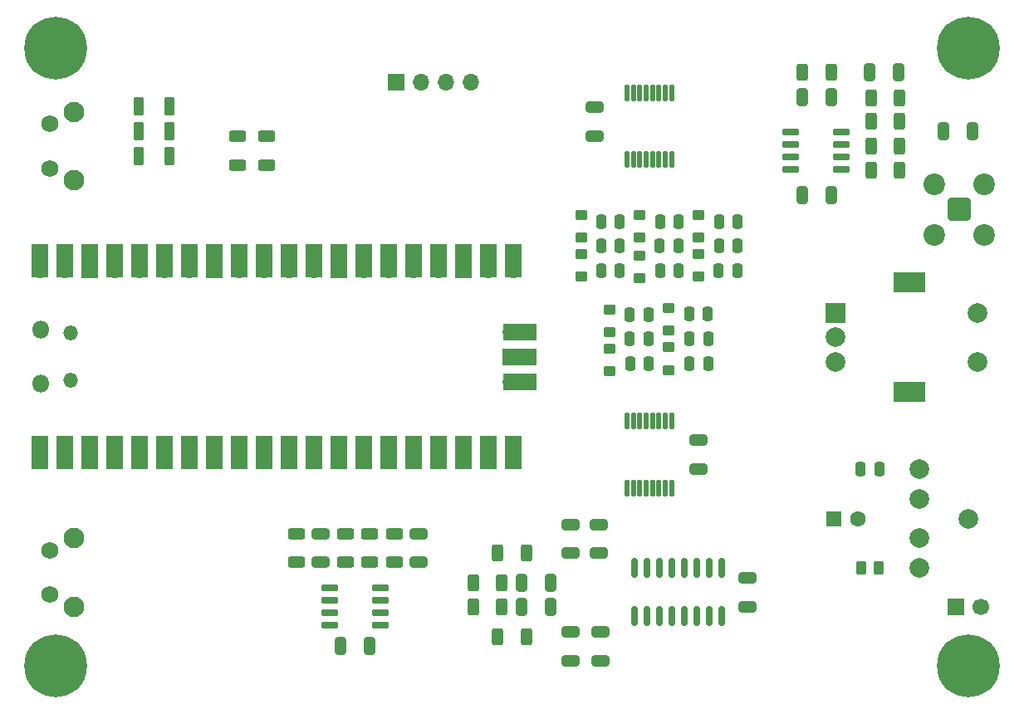
<source format=gbr>
G04 #@! TF.GenerationSoftware,KiCad,Pcbnew,9.0.6*
G04 #@! TF.CreationDate,2025-12-21T12:29:53+08:00*
G04 #@! TF.ProjectId,pico_rx,7069636f-5f72-4782-9e6b-696361645f70,rev?*
G04 #@! TF.SameCoordinates,Original*
G04 #@! TF.FileFunction,Soldermask,Top*
G04 #@! TF.FilePolarity,Negative*
%FSLAX46Y46*%
G04 Gerber Fmt 4.6, Leading zero omitted, Abs format (unit mm)*
G04 Created by KiCad (PCBNEW 9.0.6) date 2025-12-21 12:29:53*
%MOMM*%
%LPD*%
G01*
G04 APERTURE LIST*
G04 Aperture macros list*
%AMRoundRect*
0 Rectangle with rounded corners*
0 $1 Rounding radius*
0 $2 $3 $4 $5 $6 $7 $8 $9 X,Y pos of 4 corners*
0 Add a 4 corners polygon primitive as box body*
4,1,4,$2,$3,$4,$5,$6,$7,$8,$9,$2,$3,0*
0 Add four circle primitives for the rounded corners*
1,1,$1+$1,$2,$3*
1,1,$1+$1,$4,$5*
1,1,$1+$1,$6,$7*
1,1,$1+$1,$8,$9*
0 Add four rect primitives between the rounded corners*
20,1,$1+$1,$2,$3,$4,$5,0*
20,1,$1+$1,$4,$5,$6,$7,0*
20,1,$1+$1,$6,$7,$8,$9,0*
20,1,$1+$1,$8,$9,$2,$3,0*%
G04 Aperture macros list end*
%ADD10RoundRect,0.250000X-0.312500X-0.625000X0.312500X-0.625000X0.312500X0.625000X-0.312500X0.625000X0*%
%ADD11RoundRect,0.250000X-0.275000X-0.700000X0.275000X-0.700000X0.275000X0.700000X-0.275000X0.700000X0*%
%ADD12RoundRect,0.250000X0.350000X-0.275000X0.350000X0.275000X-0.350000X0.275000X-0.350000X-0.275000X0*%
%ADD13RoundRect,0.250000X-0.325000X-0.650000X0.325000X-0.650000X0.325000X0.650000X-0.325000X0.650000X0*%
%ADD14RoundRect,0.250000X0.312500X0.625000X-0.312500X0.625000X-0.312500X-0.625000X0.312500X-0.625000X0*%
%ADD15RoundRect,0.250000X-0.650000X0.325000X-0.650000X-0.325000X0.650000X-0.325000X0.650000X0.325000X0*%
%ADD16RoundRect,0.250000X0.250000X0.475000X-0.250000X0.475000X-0.250000X-0.475000X0.250000X-0.475000X0*%
%ADD17RoundRect,0.250000X0.325000X0.650000X-0.325000X0.650000X-0.325000X-0.650000X0.325000X-0.650000X0*%
%ADD18RoundRect,0.250000X-0.625000X0.312500X-0.625000X-0.312500X0.625000X-0.312500X0.625000X0.312500X0*%
%ADD19C,2.000000*%
%ADD20RoundRect,0.125000X0.125000X-0.762500X0.125000X0.762500X-0.125000X0.762500X-0.125000X-0.762500X0*%
%ADD21R,1.700000X1.700000*%
%ADD22O,1.700000X1.700000*%
%ADD23RoundRect,0.250000X0.650000X-0.325000X0.650000X0.325000X-0.650000X0.325000X-0.650000X-0.325000X0*%
%ADD24RoundRect,0.150000X-0.150000X0.825000X-0.150000X-0.825000X0.150000X-0.825000X0.150000X0.825000X0*%
%ADD25C,6.400000*%
%ADD26C,2.100000*%
%ADD27C,1.750000*%
%ADD28O,1.800000X1.800000*%
%ADD29O,1.500000X1.500000*%
%ADD30R,1.700000X3.500000*%
%ADD31R,3.500000X1.700000*%
%ADD32RoundRect,0.200100X-0.949900X0.949900X-0.949900X-0.949900X0.949900X-0.949900X0.949900X0.949900X0*%
%ADD33C,2.200000*%
%ADD34RoundRect,0.150000X0.725000X0.150000X-0.725000X0.150000X-0.725000X-0.150000X0.725000X-0.150000X0*%
%ADD35RoundRect,0.250000X-0.262500X-0.450000X0.262500X-0.450000X0.262500X0.450000X-0.262500X0.450000X0*%
%ADD36RoundRect,0.250000X-0.550000X-0.550000X0.550000X-0.550000X0.550000X0.550000X-0.550000X0.550000X0*%
%ADD37C,1.600000*%
%ADD38R,2.000000X2.000000*%
%ADD39R,3.200000X2.000000*%
%ADD40C,1.700000*%
%ADD41RoundRect,0.150000X-0.725000X-0.150000X0.725000X-0.150000X0.725000X0.150000X-0.725000X0.150000X0*%
G04 APERTURE END LIST*
D10*
X127062500Y-139485000D03*
X124137500Y-139485000D03*
D11*
X93175000Y-88460000D03*
X90025000Y-88460000D03*
D12*
X147150000Y-105810000D03*
X147150000Y-103510000D03*
D13*
X129125000Y-136985000D03*
X132075000Y-136985000D03*
D14*
X167612500Y-94960000D03*
X164687500Y-94960000D03*
D15*
X136500000Y-88525000D03*
X136500000Y-91475000D03*
D16*
X139100000Y-105160000D03*
X137200000Y-105160000D03*
D17*
X160650000Y-87460000D03*
X157700000Y-87460000D03*
D16*
X139100000Y-100160000D03*
X137200000Y-100160000D03*
D11*
X90025000Y-93460000D03*
X93175000Y-93460000D03*
D18*
X100100000Y-91497500D03*
X100100000Y-94422500D03*
X113600000Y-131997500D03*
X113600000Y-134922500D03*
D19*
X174600000Y-130460000D03*
X169600000Y-135460000D03*
X169600000Y-132460000D03*
X169600000Y-125460000D03*
X169600000Y-128460000D03*
D16*
X145100000Y-105160000D03*
X143200000Y-105160000D03*
D20*
X139825000Y-93872500D03*
X140475000Y-93872500D03*
X141125000Y-93872500D03*
X141775000Y-93872500D03*
X142425000Y-93872500D03*
X143075000Y-93872500D03*
X143725000Y-93872500D03*
X144375000Y-93872500D03*
X144375000Y-87047500D03*
X143725000Y-87047500D03*
X143075000Y-87047500D03*
X142425000Y-87047500D03*
X141775000Y-87047500D03*
X141125000Y-87047500D03*
X140475000Y-87047500D03*
X139825000Y-87047500D03*
D18*
X116100000Y-131997500D03*
X116100000Y-134922500D03*
X103100000Y-91497500D03*
X103100000Y-94422500D03*
D10*
X164687500Y-89960000D03*
X167612500Y-89960000D03*
D15*
X108600000Y-131985000D03*
X108600000Y-134935000D03*
D16*
X139100000Y-102660000D03*
X137200000Y-102660000D03*
D12*
X138100000Y-111460000D03*
X138100000Y-109160000D03*
D16*
X145100000Y-100160000D03*
X143200000Y-100160000D03*
D21*
X116290000Y-85960000D03*
D22*
X118830000Y-85960000D03*
X121370000Y-85960000D03*
X123910000Y-85960000D03*
D16*
X148100000Y-112160000D03*
X146200000Y-112160000D03*
D23*
X134100000Y-144975000D03*
X134100000Y-142025000D03*
D18*
X111100000Y-131997500D03*
X111100000Y-134922500D03*
D15*
X147100000Y-122485000D03*
X147100000Y-125435000D03*
D17*
X167520000Y-84960000D03*
X164570000Y-84960000D03*
D16*
X142000000Y-112160000D03*
X140100000Y-112160000D03*
D24*
X149450000Y-135485000D03*
X148180000Y-135485000D03*
X146910000Y-135485000D03*
X145640000Y-135485000D03*
X144370000Y-135485000D03*
X143100000Y-135485000D03*
X141830000Y-135485000D03*
X140560000Y-135485000D03*
X140560000Y-140435000D03*
X141830000Y-140435000D03*
X143100000Y-140435000D03*
X144370000Y-140435000D03*
X145640000Y-140435000D03*
X146910000Y-140435000D03*
X148180000Y-140435000D03*
X149450000Y-140435000D03*
D25*
X174600000Y-82460000D03*
D14*
X167612500Y-87540000D03*
X164687500Y-87540000D03*
D12*
X141150000Y-101810000D03*
X141150000Y-99510000D03*
D23*
X137100000Y-144975000D03*
X137100000Y-142025000D03*
D15*
X137000000Y-131050000D03*
X137000000Y-134000000D03*
D26*
X83452500Y-95985000D03*
X83452500Y-88975000D03*
D27*
X80962500Y-94735000D03*
X80962500Y-90235000D03*
D14*
X160662500Y-84960000D03*
X157737500Y-84960000D03*
D10*
X164687500Y-92460000D03*
X167612500Y-92460000D03*
D12*
X147150000Y-101810000D03*
X147150000Y-99510000D03*
D20*
X139825000Y-127372500D03*
X140475000Y-127372500D03*
X141125000Y-127372500D03*
X141775000Y-127372500D03*
X142425000Y-127372500D03*
X143075000Y-127372500D03*
X143725000Y-127372500D03*
X144375000Y-127372500D03*
X144375000Y-120547500D03*
X143725000Y-120547500D03*
X143075000Y-120547500D03*
X142425000Y-120547500D03*
X141775000Y-120547500D03*
X141125000Y-120547500D03*
X140475000Y-120547500D03*
X139825000Y-120547500D03*
D16*
X145050000Y-102660000D03*
X143150000Y-102660000D03*
X142000000Y-109660000D03*
X140100000Y-109660000D03*
D28*
X80100000Y-116685000D03*
D29*
X83130000Y-116385000D03*
X83130000Y-111535000D03*
D28*
X80100000Y-111235000D03*
D22*
X79970000Y-122850000D03*
D30*
X79970000Y-123750000D03*
D22*
X82510000Y-122850000D03*
D30*
X82510000Y-123750000D03*
D21*
X85050000Y-122850000D03*
D30*
X85050000Y-123750000D03*
D22*
X87590000Y-122850000D03*
D30*
X87590000Y-123750000D03*
D22*
X90130000Y-122850000D03*
D30*
X90130000Y-123750000D03*
D22*
X92670000Y-122850000D03*
D30*
X92670000Y-123750000D03*
D22*
X95210000Y-122850000D03*
D30*
X95210000Y-123750000D03*
D21*
X97750000Y-122850000D03*
D30*
X97750000Y-123750000D03*
D22*
X100290000Y-122850000D03*
D30*
X100290000Y-123750000D03*
D22*
X102830000Y-122850000D03*
D30*
X102830000Y-123750000D03*
D22*
X105370000Y-122850000D03*
D30*
X105370000Y-123750000D03*
D22*
X107910000Y-122850000D03*
D30*
X107910000Y-123750000D03*
D21*
X110450000Y-122850000D03*
D30*
X110450000Y-123750000D03*
D22*
X112990000Y-122850000D03*
D30*
X112990000Y-123750000D03*
D22*
X115530000Y-122850000D03*
D30*
X115530000Y-123750000D03*
D22*
X118070000Y-122850000D03*
D30*
X118070000Y-123750000D03*
D22*
X120610000Y-122850000D03*
D30*
X120610000Y-123750000D03*
D21*
X123150000Y-122850000D03*
D30*
X123150000Y-123750000D03*
D22*
X125690000Y-122850000D03*
D30*
X125690000Y-123750000D03*
D22*
X128230000Y-122850000D03*
D30*
X128230000Y-123750000D03*
D22*
X128230000Y-105070000D03*
D30*
X128230000Y-104170000D03*
D22*
X125690000Y-105070000D03*
D30*
X125690000Y-104170000D03*
D21*
X123150000Y-105070000D03*
D30*
X123150000Y-104170000D03*
D22*
X120610000Y-105070000D03*
D30*
X120610000Y-104170000D03*
D22*
X118070000Y-105070000D03*
D30*
X118070000Y-104170000D03*
D22*
X115530000Y-105070000D03*
D30*
X115530000Y-104170000D03*
D22*
X112990000Y-105070000D03*
D30*
X112990000Y-104170000D03*
D21*
X110450000Y-105070000D03*
D30*
X110450000Y-104170000D03*
D22*
X107910000Y-105070000D03*
D30*
X107910000Y-104170000D03*
D22*
X105370000Y-105070000D03*
D30*
X105370000Y-104170000D03*
D22*
X102830000Y-105070000D03*
D30*
X102830000Y-104170000D03*
D22*
X100290000Y-105070000D03*
D30*
X100290000Y-104170000D03*
D21*
X97750000Y-105070000D03*
D30*
X97750000Y-104170000D03*
D22*
X95210000Y-105070000D03*
D30*
X95210000Y-104170000D03*
D22*
X92670000Y-105070000D03*
D30*
X92670000Y-104170000D03*
D22*
X90130000Y-105070000D03*
D30*
X90130000Y-104170000D03*
D22*
X87590000Y-105070000D03*
D30*
X87590000Y-104170000D03*
D21*
X85050000Y-105070000D03*
D30*
X85050000Y-104170000D03*
D22*
X82510000Y-105070000D03*
D30*
X82510000Y-104170000D03*
D22*
X79970000Y-105070000D03*
D30*
X79970000Y-104170000D03*
D22*
X128000000Y-116500000D03*
D31*
X128900000Y-116500000D03*
D21*
X128000000Y-113960000D03*
D31*
X128900000Y-113960000D03*
D22*
X128000000Y-111420000D03*
D31*
X128900000Y-111420000D03*
D12*
X141150000Y-105960000D03*
X141150000Y-103660000D03*
D16*
X165550000Y-125460000D03*
X163650000Y-125460000D03*
D32*
X173675000Y-98960000D03*
D33*
X176225000Y-96410000D03*
X171125000Y-96410000D03*
X176225000Y-101510000D03*
X171125000Y-101510000D03*
D16*
X151090530Y-105200633D03*
X149190530Y-105200633D03*
D34*
X161675000Y-94865000D03*
X161675000Y-93595000D03*
X161675000Y-92325000D03*
X161675000Y-91055000D03*
X156525000Y-91055000D03*
X156525000Y-92325000D03*
X156525000Y-93595000D03*
X156525000Y-94865000D03*
D35*
X163687500Y-135460000D03*
X165512500Y-135460000D03*
D26*
X83452500Y-139485000D03*
X83452500Y-132475000D03*
D27*
X80962500Y-138235000D03*
X80962500Y-133735000D03*
D17*
X113575000Y-143460000D03*
X110625000Y-143460000D03*
D36*
X160894888Y-130460000D03*
D37*
X163394888Y-130460000D03*
D15*
X134100000Y-131050000D03*
X134100000Y-134000000D03*
D12*
X138100000Y-115460000D03*
X138100000Y-113160000D03*
D16*
X151100000Y-100160000D03*
X149200000Y-100160000D03*
X142050000Y-114660000D03*
X140150000Y-114660000D03*
D10*
X124137500Y-136985000D03*
X127062500Y-136985000D03*
D12*
X144100000Y-111310000D03*
X144100000Y-109010000D03*
D13*
X129125000Y-139485000D03*
X132075000Y-139485000D03*
D25*
X81600000Y-82460000D03*
D13*
X157700000Y-97460000D03*
X160650000Y-97460000D03*
D15*
X118600000Y-131985000D03*
X118600000Y-134935000D03*
D16*
X148070380Y-109580253D03*
X146170380Y-109580253D03*
X151100000Y-102660000D03*
X149200000Y-102660000D03*
D38*
X161100000Y-109460000D03*
D19*
X161100000Y-114460000D03*
X161100000Y-111960000D03*
D39*
X168600000Y-106360000D03*
X168600000Y-117560000D03*
D19*
X175600000Y-114460000D03*
X175600000Y-109460000D03*
D12*
X135150000Y-105810000D03*
X135150000Y-103510000D03*
D21*
X173325000Y-139460000D03*
D40*
X175865000Y-139460000D03*
D12*
X135150000Y-101810000D03*
X135150000Y-99510000D03*
D23*
X152100000Y-139460000D03*
X152100000Y-136510000D03*
D41*
X109525000Y-137555000D03*
X109525000Y-138825000D03*
X109525000Y-140095000D03*
X109525000Y-141365000D03*
X114675000Y-141365000D03*
X114675000Y-140095000D03*
X114675000Y-138825000D03*
X114675000Y-137555000D03*
D12*
X144100000Y-115310000D03*
X144100000Y-113010000D03*
D11*
X90025000Y-90960000D03*
X93175000Y-90960000D03*
D25*
X174600000Y-145460000D03*
D18*
X106100000Y-131997500D03*
X106100000Y-134922500D03*
D13*
X172125000Y-90960000D03*
X175075000Y-90960000D03*
D16*
X148100000Y-114660000D03*
X146200000Y-114660000D03*
D25*
X81600000Y-145460000D03*
D10*
X126637500Y-142485000D03*
X129562500Y-142485000D03*
X126637500Y-133985000D03*
X129562500Y-133985000D03*
M02*

</source>
